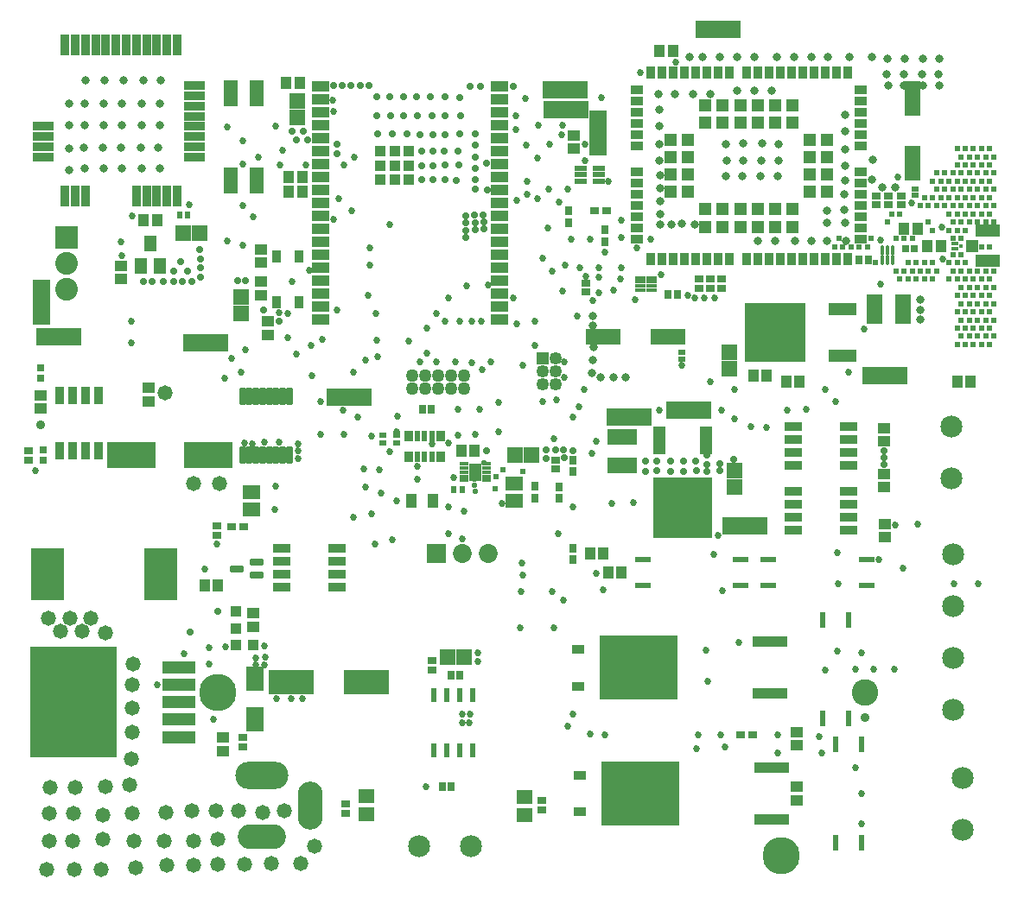
<source format=gts>
G04*
G04 #@! TF.GenerationSoftware,Altium Limited,Altium Designer,21.3.2 (30)*
G04*
G04 Layer_Color=8388736*
%FSLAX25Y25*%
%MOIN*%
G70*
G04*
G04 #@! TF.SameCoordinates,C802B3A6-08BF-4FCB-9CCF-05BD449E4A77*
G04*
G04*
G04 #@! TF.FilePolarity,Negative*
G04*
G01*
G75*
%ADD26R,0.13800X0.04100*%
%ADD27R,0.30300X0.24700*%
%ADD28R,0.06000X0.02200*%
%ADD29R,0.04900X0.03800*%
%ADD39R,0.02200X0.06000*%
%ADD48R,0.02097X0.05728*%
%ADD83R,0.12808X0.04800*%
%ADD84R,0.33792X0.42768*%
%ADD85R,0.07887X0.03556*%
%ADD86R,0.03556X0.07887*%
%ADD87R,0.05249X0.10406*%
%ADD88R,0.04737X0.06312*%
%ADD89R,0.06902X0.09658*%
%ADD90R,0.03320X0.03162*%
%ADD91R,0.05918X0.06312*%
%ADD92R,0.17335X0.06706*%
%ADD93R,0.04343X0.04737*%
%ADD94R,0.11036X0.04973*%
%ADD95R,0.23241X0.22973*%
%ADD96R,0.04147X0.04540*%
%ADD97R,0.04540X0.04147*%
%ADD98R,0.03753X0.03162*%
%ADD99R,0.03162X0.03753*%
%ADD100R,0.02769X0.02375*%
%ADD101R,0.04343X0.05524*%
%ADD102R,0.06509X0.05524*%
%ADD103R,0.13005X0.20485*%
%ADD104R,0.03162X0.03320*%
G04:AMPARAMS|DCode=105|XSize=37.92mil|YSize=16.66mil|CornerRadius=5.08mil|HoleSize=0mil|Usage=FLASHONLY|Rotation=90.000|XOffset=0mil|YOffset=0mil|HoleType=Round|Shape=RoundedRectangle|*
%AMROUNDEDRECTD105*
21,1,0.03792,0.00650,0,0,90.0*
21,1,0.02776,0.01666,0,0,90.0*
1,1,0.01016,0.00325,0.01388*
1,1,0.01016,0.00325,-0.01388*
1,1,0.01016,-0.00325,-0.01388*
1,1,0.01016,-0.00325,0.01388*
%
%ADD105ROUNDEDRECTD105*%
%ADD106R,0.05131X0.02375*%
%ADD107R,0.17335X0.09461*%
%ADD108R,0.04737X0.04343*%
%ADD109R,0.06804X0.03556*%
G04:AMPARAMS|DCode=110|XSize=54.88mil|YSize=23.78mil|CornerRadius=5.98mil|HoleSize=0mil|Usage=FLASHONLY|Rotation=180.000|XOffset=0mil|YOffset=0mil|HoleType=Round|Shape=RoundedRectangle|*
%AMROUNDEDRECTD110*
21,1,0.05488,0.01181,0,0,180.0*
21,1,0.04291,0.02378,0,0,180.0*
1,1,0.01197,-0.02146,0.00591*
1,1,0.01197,0.02146,0.00591*
1,1,0.01197,0.02146,-0.00591*
1,1,0.01197,-0.02146,-0.00591*
%
%ADD110ROUNDEDRECTD110*%
%ADD111R,0.03162X0.02769*%
%ADD112R,0.03556X0.06804*%
%ADD113R,0.18713X0.09855*%
%ADD114R,0.06706X0.17335*%
%ADD115R,0.02375X0.02769*%
%ADD116R,0.04737X0.07099*%
%ADD117R,0.03753X0.01587*%
%ADD118R,0.06312X0.05918*%
%ADD119R,0.04973X0.11036*%
%ADD120R,0.22973X0.23241*%
%ADD121R,0.11430X0.05918*%
%ADD122R,0.04343X0.03950*%
%ADD123R,0.03950X0.04343*%
%ADD124R,0.06706X0.04343*%
%ADD125R,0.04343X0.04343*%
%ADD126R,0.04737X0.04737*%
%ADD127R,0.05131X0.03556*%
%ADD128R,0.03556X0.05131*%
%ADD129R,0.03162X0.02178*%
%ADD130R,0.09461X0.04934*%
%ADD131R,0.04934X0.04737*%
%ADD132R,0.04343X0.01587*%
%ADD133R,0.13792X0.05918*%
%ADD134R,0.05918X0.13792*%
%ADD135R,0.03556X0.04737*%
G04:AMPARAMS|DCode=136|XSize=69.81mil|YSize=24.14mil|CornerRadius=6.02mil|HoleSize=0mil|Usage=FLASHONLY|Rotation=90.000|XOffset=0mil|YOffset=0mil|HoleType=Round|Shape=RoundedRectangle|*
%AMROUNDEDRECTD136*
21,1,0.06981,0.01211,0,0,90.0*
21,1,0.05778,0.02414,0,0,90.0*
1,1,0.01204,0.00605,0.02889*
1,1,0.01204,0.00605,-0.02889*
1,1,0.01204,-0.00605,-0.02889*
1,1,0.01204,-0.00605,0.02889*
%
%ADD136ROUNDEDRECTD136*%
%ADD137R,0.03556X0.04343*%
%ADD138R,0.02375X0.04343*%
%ADD139R,0.01509X0.01784*%
%ADD140R,0.05918X0.11430*%
%ADD141R,0.02926X0.03162*%
%ADD142R,0.06115X0.05328*%
%ADD143C,0.10209*%
%ADD144C,0.14383*%
%ADD145C,0.08477*%
%ADD146C,0.07296*%
%ADD147R,0.07296X0.07296*%
%ADD148O,0.09658X0.18517*%
%ADD149O,0.18517X0.09658*%
%ADD150O,0.20485X0.10642*%
%ADD151R,0.08772X0.08772*%
%ADD152C,0.08772*%
%ADD153R,0.04934X0.04934*%
%ADD154C,0.04934*%
%ADD155C,0.05013*%
%ADD156C,0.02700*%
%ADD157C,0.05800*%
%ADD158C,0.03162*%
%ADD159C,0.02769*%
%ADD160C,0.02800*%
%ADD161C,0.02375*%
%ADD162C,0.02300*%
%ADD163C,0.03556*%
D26*
X289103Y23434D02*
D03*
Y43434D02*
D03*
X288406Y91996D02*
D03*
Y71996D02*
D03*
D27*
X238653Y33434D02*
D03*
X237956Y81996D02*
D03*
D28*
X287905Y113871D02*
D03*
Y123871D02*
D03*
X325805D02*
D03*
Y113871D02*
D03*
X239371D02*
D03*
Y123871D02*
D03*
X277271D02*
D03*
Y113871D02*
D03*
D29*
X215326Y40534D02*
D03*
Y26334D02*
D03*
X214649Y89096D02*
D03*
Y74896D02*
D03*
D39*
X323918Y52384D02*
D03*
X313918D02*
D03*
Y14484D02*
D03*
X323918D02*
D03*
X308918Y100517D02*
D03*
X318918D02*
D03*
Y62617D02*
D03*
X308918D02*
D03*
D48*
X173867Y71430D02*
D03*
X168867D02*
D03*
X163867D02*
D03*
X158867D02*
D03*
Y50002D02*
D03*
X163867D02*
D03*
X168867D02*
D03*
X173867D02*
D03*
D83*
X60567Y55287D02*
D03*
Y61987D02*
D03*
Y68688D02*
D03*
Y75389D02*
D03*
Y82090D02*
D03*
D84*
X19996Y68688D02*
D03*
D85*
X66418Y290990D02*
D03*
X8151D02*
D03*
Y287053D02*
D03*
Y283116D02*
D03*
Y279179D02*
D03*
X66418D02*
D03*
Y283116D02*
D03*
Y287053D02*
D03*
Y294927D02*
D03*
Y298864D02*
D03*
Y302801D02*
D03*
Y306738D02*
D03*
D86*
X59863Y322308D02*
D03*
X55926D02*
D03*
X51989D02*
D03*
X48052D02*
D03*
X44115D02*
D03*
X40178D02*
D03*
X36241D02*
D03*
X32304D02*
D03*
X28367D02*
D03*
X24430D02*
D03*
X20493D02*
D03*
X16556D02*
D03*
Y264041D02*
D03*
X20493D02*
D03*
X24430D02*
D03*
X44115D02*
D03*
X48052D02*
D03*
X51989D02*
D03*
X55926D02*
D03*
X59863D02*
D03*
D87*
X90390Y270069D02*
D03*
Y303927D02*
D03*
X80390Y270069D02*
D03*
Y303927D02*
D03*
D88*
X49430Y245856D02*
D03*
X53170Y237194D02*
D03*
X45690D02*
D03*
D89*
X89682Y77881D02*
D03*
Y62133D02*
D03*
D90*
X124806Y29331D02*
D03*
Y25866D02*
D03*
X158159Y84724D02*
D03*
Y81260D02*
D03*
X75254Y133247D02*
D03*
Y136712D02*
D03*
X85194Y51523D02*
D03*
Y54987D02*
D03*
X2584Y162252D02*
D03*
Y165717D02*
D03*
X205824Y162252D02*
D03*
Y158787D02*
D03*
X217551Y230541D02*
D03*
Y227077D02*
D03*
X261238Y231987D02*
D03*
Y228523D02*
D03*
X265568Y231987D02*
D03*
Y228523D02*
D03*
X269899Y228523D02*
D03*
Y231987D02*
D03*
X329579Y260775D02*
D03*
Y264240D02*
D03*
X334303Y260775D02*
D03*
Y264240D02*
D03*
X339028Y264240D02*
D03*
Y260775D02*
D03*
X200592Y30647D02*
D03*
Y27183D02*
D03*
D91*
X164130Y86203D02*
D03*
X170429D02*
D03*
X190248Y164031D02*
D03*
X196547D02*
D03*
X68526Y249959D02*
D03*
X62227D02*
D03*
D92*
X268555Y328393D02*
D03*
X332698Y194640D02*
D03*
X14200Y209843D02*
D03*
X257126Y181322D02*
D03*
X209974Y297620D02*
D03*
X209403Y305287D02*
D03*
X70746Y207301D02*
D03*
X126073Y186610D02*
D03*
X234194Y178960D02*
D03*
X278786Y136903D02*
D03*
D93*
X340263Y251621D02*
D03*
X345578D02*
D03*
X245921Y320051D02*
D03*
X251237D02*
D03*
X107314Y307702D02*
D03*
X101999D02*
D03*
X354428Y244834D02*
D03*
X349113D02*
D03*
D94*
X316390Y202500D02*
D03*
Y220500D02*
D03*
D95*
X290602Y211500D02*
D03*
D96*
X365955Y192602D02*
D03*
X360837D02*
D03*
X224340Y126024D02*
D03*
X219222D02*
D03*
X231179Y118870D02*
D03*
X226061D02*
D03*
X52128Y254640D02*
D03*
X47010D02*
D03*
X70389Y113695D02*
D03*
X75507D02*
D03*
X174557Y165901D02*
D03*
X169439D02*
D03*
X102973Y265748D02*
D03*
X108091D02*
D03*
Y271525D02*
D03*
X102973D02*
D03*
X282142Y194831D02*
D03*
X287260D02*
D03*
X299820Y192602D02*
D03*
X294702D02*
D03*
D97*
X332698Y132421D02*
D03*
Y137539D02*
D03*
X298834Y30875D02*
D03*
Y35993D02*
D03*
Y52134D02*
D03*
Y57252D02*
D03*
X7119Y182143D02*
D03*
Y187261D02*
D03*
X332495Y174466D02*
D03*
Y169348D02*
D03*
X332528Y156796D02*
D03*
Y151678D02*
D03*
X213014Y287616D02*
D03*
Y282498D02*
D03*
X92114Y243485D02*
D03*
Y238367D02*
D03*
X38173Y237186D02*
D03*
Y232068D02*
D03*
D98*
X277210Y56035D02*
D03*
X281738D02*
D03*
X85512Y136489D02*
D03*
X80985D02*
D03*
X220821Y258547D02*
D03*
X225348D02*
D03*
D99*
X212369Y128206D02*
D03*
Y123679D02*
D03*
X197723Y152047D02*
D03*
Y147520D02*
D03*
X207203Y147383D02*
D03*
Y151911D02*
D03*
X212471Y157724D02*
D03*
Y162252D02*
D03*
X224738Y246587D02*
D03*
Y251114D02*
D03*
X210717Y253945D02*
D03*
Y258472D02*
D03*
D100*
X144446Y171878D02*
D03*
Y168728D02*
D03*
X139301D02*
D03*
Y171878D02*
D03*
D101*
X158572Y146437D02*
D03*
X150305D02*
D03*
D102*
X88420Y143122D02*
D03*
Y149815D02*
D03*
X189807Y146437D02*
D03*
Y153130D02*
D03*
D103*
X53548Y118067D02*
D03*
X9848D02*
D03*
D104*
X322949Y239528D02*
D03*
X326414D02*
D03*
X165599Y36177D02*
D03*
X162135D02*
D03*
X165547Y78997D02*
D03*
X169012D02*
D03*
X249239Y226254D02*
D03*
X252703D02*
D03*
X157843Y181789D02*
D03*
X154378D02*
D03*
D105*
X331800Y243172D02*
D03*
X333768D02*
D03*
X335737D02*
D03*
Y239471D02*
D03*
X333768D02*
D03*
X331800D02*
D03*
D106*
X215580Y274909D02*
D03*
Y272350D02*
D03*
Y269791D02*
D03*
X222666D02*
D03*
Y272350D02*
D03*
Y274909D02*
D03*
D107*
X132685Y76390D02*
D03*
X103945D02*
D03*
D108*
X77609Y54967D02*
D03*
Y49652D02*
D03*
X48792Y184739D02*
D03*
Y190054D02*
D03*
X89193Y97850D02*
D03*
Y103165D02*
D03*
X92114Y231019D02*
D03*
Y225704D02*
D03*
X94773Y215904D02*
D03*
Y210589D02*
D03*
D109*
X121606Y128186D02*
D03*
Y123186D02*
D03*
Y118186D02*
D03*
Y113186D02*
D03*
X100251D02*
D03*
Y118186D02*
D03*
Y123186D02*
D03*
Y128186D02*
D03*
X318927Y160105D02*
D03*
Y165105D02*
D03*
Y170105D02*
D03*
Y175105D02*
D03*
X297572D02*
D03*
Y170105D02*
D03*
Y165105D02*
D03*
Y160105D02*
D03*
X318927Y134980D02*
D03*
Y139980D02*
D03*
Y144980D02*
D03*
Y149980D02*
D03*
X297572D02*
D03*
Y144980D02*
D03*
Y139980D02*
D03*
Y134980D02*
D03*
D110*
X90532Y117638D02*
D03*
Y122756D02*
D03*
X82973Y120197D02*
D03*
D111*
X7119Y197828D02*
D03*
Y193891D02*
D03*
X8059Y166022D02*
D03*
Y162085D02*
D03*
D112*
X29362Y187269D02*
D03*
X24362D02*
D03*
X19362D02*
D03*
X14362D02*
D03*
Y165914D02*
D03*
X19362D02*
D03*
X24362D02*
D03*
X29362D02*
D03*
D113*
X71944Y164149D02*
D03*
X42022D02*
D03*
D114*
X7434Y223278D02*
D03*
X222067Y288587D02*
D03*
D115*
X169737Y150958D02*
D03*
X166588D02*
D03*
X60749Y256946D02*
D03*
X63898D02*
D03*
D116*
X174688Y157536D02*
D03*
D117*
X170358Y154386D02*
D03*
Y155961D02*
D03*
Y157536D02*
D03*
Y159111D02*
D03*
Y160685D02*
D03*
X179019D02*
D03*
Y159111D02*
D03*
Y157536D02*
D03*
Y155961D02*
D03*
Y154386D02*
D03*
D118*
X274682Y151739D02*
D03*
Y158038D02*
D03*
X106109Y294361D02*
D03*
Y300660D02*
D03*
X84633Y225093D02*
D03*
Y218794D02*
D03*
X272764Y203637D02*
D03*
Y197338D02*
D03*
D119*
X264000Y169748D02*
D03*
X246000D02*
D03*
D120*
X254999Y143961D02*
D03*
D121*
X231361Y160004D02*
D03*
Y171028D02*
D03*
D122*
X89193Y90938D02*
D03*
X82500D02*
D03*
D123*
Y97161D02*
D03*
Y103854D02*
D03*
D124*
X115227Y306525D02*
D03*
Y301525D02*
D03*
Y296525D02*
D03*
Y291525D02*
D03*
Y286525D02*
D03*
Y281525D02*
D03*
Y276525D02*
D03*
Y271525D02*
D03*
Y266525D02*
D03*
Y261525D02*
D03*
Y256525D02*
D03*
Y251525D02*
D03*
Y246525D02*
D03*
Y241525D02*
D03*
Y236525D02*
D03*
Y231525D02*
D03*
Y226525D02*
D03*
Y221525D02*
D03*
Y216525D02*
D03*
X184125Y306525D02*
D03*
Y301525D02*
D03*
Y296525D02*
D03*
Y291525D02*
D03*
Y286525D02*
D03*
Y281525D02*
D03*
Y276525D02*
D03*
Y271525D02*
D03*
Y266525D02*
D03*
Y261525D02*
D03*
Y256525D02*
D03*
Y251525D02*
D03*
Y246525D02*
D03*
Y241525D02*
D03*
Y236525D02*
D03*
Y231525D02*
D03*
Y226525D02*
D03*
Y221525D02*
D03*
Y216525D02*
D03*
D125*
X138259Y275817D02*
D03*
X143770D02*
D03*
X149282D02*
D03*
X138259Y281328D02*
D03*
X143770D02*
D03*
X149282D02*
D03*
X138259Y270305D02*
D03*
X143770D02*
D03*
X149282D02*
D03*
D126*
X303792Y285736D02*
D03*
Y279043D02*
D03*
Y272350D02*
D03*
Y265657D02*
D03*
X297099Y258964D02*
D03*
X290406D02*
D03*
X283713D02*
D03*
X277020D02*
D03*
X270327D02*
D03*
X263634D02*
D03*
X256941Y265657D02*
D03*
Y272350D02*
D03*
Y279043D02*
D03*
Y285736D02*
D03*
X263634Y292429D02*
D03*
X270327D02*
D03*
X277020D02*
D03*
X283713D02*
D03*
X290406D02*
D03*
X297099D02*
D03*
X310485Y285736D02*
D03*
Y279043D02*
D03*
Y272350D02*
D03*
Y265657D02*
D03*
X297099Y252272D02*
D03*
X290406D02*
D03*
X283713D02*
D03*
X277020D02*
D03*
X270327D02*
D03*
X263634D02*
D03*
X250248Y265657D02*
D03*
Y272350D02*
D03*
Y279043D02*
D03*
Y285736D02*
D03*
X263634Y299122D02*
D03*
X270327D02*
D03*
X277020D02*
D03*
X283713D02*
D03*
X290406D02*
D03*
X297099D02*
D03*
D127*
X323674Y305027D02*
D03*
Y300697D02*
D03*
Y296366D02*
D03*
Y292035D02*
D03*
Y287705D02*
D03*
Y283374D02*
D03*
Y273531D02*
D03*
Y269201D02*
D03*
Y264870D02*
D03*
Y260539D02*
D03*
Y256208D02*
D03*
Y251878D02*
D03*
Y247547D02*
D03*
X237059D02*
D03*
Y251878D02*
D03*
Y256208D02*
D03*
Y260539D02*
D03*
Y264870D02*
D03*
Y269201D02*
D03*
Y273531D02*
D03*
Y283374D02*
D03*
Y287705D02*
D03*
Y292035D02*
D03*
Y296366D02*
D03*
Y300697D02*
D03*
Y305027D02*
D03*
D128*
X318555Y239673D02*
D03*
X314225D02*
D03*
X309894D02*
D03*
X305563D02*
D03*
X301233D02*
D03*
X296902D02*
D03*
X292571D02*
D03*
X288241D02*
D03*
X283910D02*
D03*
X279579D02*
D03*
X272886D02*
D03*
X268555D02*
D03*
X264225D02*
D03*
X259894D02*
D03*
X255563D02*
D03*
X251233D02*
D03*
X246902D02*
D03*
X242571D02*
D03*
Y311720D02*
D03*
X246902D02*
D03*
X251233D02*
D03*
X255563D02*
D03*
X259894D02*
D03*
X264225D02*
D03*
X268555D02*
D03*
X272886D02*
D03*
X279579D02*
D03*
X283910D02*
D03*
X288241D02*
D03*
X292571D02*
D03*
X296902D02*
D03*
X301233D02*
D03*
X305563D02*
D03*
X309894D02*
D03*
X314225D02*
D03*
X318555D02*
D03*
D129*
X254614Y201220D02*
D03*
Y203780D02*
D03*
X344596Y266937D02*
D03*
Y264378D02*
D03*
D130*
X372481Y250641D02*
D03*
Y239027D02*
D03*
D131*
X366477Y244834D02*
D03*
D132*
X238530Y227891D02*
D03*
Y229466D02*
D03*
Y231041D02*
D03*
Y232616D02*
D03*
X242861D02*
D03*
Y231041D02*
D03*
Y229466D02*
D03*
Y227891D02*
D03*
D133*
X249264Y209752D02*
D03*
X224067D02*
D03*
D134*
X343348Y276644D02*
D03*
Y301840D02*
D03*
D135*
X106698Y240926D02*
D03*
Y223210D02*
D03*
X98233Y240926D02*
D03*
Y223210D02*
D03*
D136*
X85113Y164090D02*
D03*
X87672D02*
D03*
X90231D02*
D03*
X92790D02*
D03*
X95349D02*
D03*
X97908D02*
D03*
X100467D02*
D03*
X103026D02*
D03*
Y186688D02*
D03*
X100467D02*
D03*
X97908D02*
D03*
X95349D02*
D03*
X92790D02*
D03*
X90231D02*
D03*
X87672D02*
D03*
X85113D02*
D03*
D137*
X149157Y171299D02*
D03*
X161362D02*
D03*
Y163425D02*
D03*
X149157D02*
D03*
D138*
X152504Y171299D02*
D03*
X155260D02*
D03*
X158015D02*
D03*
Y163425D02*
D03*
X155260D02*
D03*
X152504D02*
D03*
D139*
X362141Y244867D02*
D03*
X360625Y245851D02*
D03*
Y243883D02*
D03*
X359109Y245851D02*
D03*
Y243883D02*
D03*
D140*
X328792Y220500D02*
D03*
X339815D02*
D03*
D141*
X344324Y243663D02*
D03*
X340922D02*
D03*
D142*
X193892Y32161D02*
D03*
Y25271D02*
D03*
X132685Y25612D02*
D03*
Y32502D02*
D03*
D143*
X325066Y72331D02*
D03*
D144*
X75381D02*
D03*
X292704Y9339D02*
D03*
D145*
X358426Y174964D02*
D03*
Y154964D02*
D03*
X359331Y65904D02*
D03*
Y85904D02*
D03*
Y105904D02*
D03*
Y125904D02*
D03*
X362732Y39615D02*
D03*
Y19615D02*
D03*
X173341Y13207D02*
D03*
X153341D02*
D03*
D146*
X179737Y126072D02*
D03*
X169737D02*
D03*
D147*
X159737D02*
D03*
D148*
X111087Y28716D02*
D03*
D149*
X92583Y16905D02*
D03*
D150*
Y40527D02*
D03*
D151*
X17109Y248160D02*
D03*
D152*
Y238160D02*
D03*
Y228160D02*
D03*
D153*
X200824Y201340D02*
D03*
D154*
X205824D02*
D03*
X200824Y196340D02*
D03*
X205824D02*
D03*
X200824Y191340D02*
D03*
X205824D02*
D03*
D155*
X170358Y194871D02*
D03*
Y189871D02*
D03*
X165358Y194871D02*
D03*
Y189871D02*
D03*
X160358Y194871D02*
D03*
Y189871D02*
D03*
X155358Y194871D02*
D03*
Y189871D02*
D03*
X150358Y194871D02*
D03*
Y189871D02*
D03*
D156*
X110724Y235565D02*
D03*
X321621Y43434D02*
D03*
X108239Y70062D02*
D03*
X103790D02*
D03*
X52115Y75578D02*
D03*
X144682Y179021D02*
D03*
X144486Y173291D02*
D03*
X242478Y247540D02*
D03*
X192062Y97597D02*
D03*
X205263D02*
D03*
X80964Y201451D02*
D03*
X85113Y285392D02*
D03*
X212439Y178940D02*
D03*
X206029Y185405D02*
D03*
X200929Y184729D02*
D03*
X302428Y181800D02*
D03*
X230788Y232144D02*
D03*
X231029Y236417D02*
D03*
X100662Y281732D02*
D03*
X97791Y291062D02*
D03*
X79048Y290893D02*
D03*
X64653Y260836D02*
D03*
X42362Y256362D02*
D03*
X38269Y246356D02*
D03*
X38352Y241080D02*
D03*
X99436Y276159D02*
D03*
X109442Y276117D02*
D03*
X124216Y276034D02*
D03*
X128228Y279241D02*
D03*
X337738Y271611D02*
D03*
X203307Y266840D02*
D03*
X207191Y261858D02*
D03*
X120123Y296664D02*
D03*
X119742Y301180D02*
D03*
X141947Y165419D02*
D03*
X204532Y111622D02*
D03*
X137197Y202197D02*
D03*
X111694Y194769D02*
D03*
X132599Y200769D02*
D03*
X127757Y196196D02*
D03*
X343172Y261299D02*
D03*
X331280Y247286D02*
D03*
Y230235D02*
D03*
X127024Y258472D02*
D03*
X152504Y154880D02*
D03*
X137927Y158557D02*
D03*
X99305Y169153D02*
D03*
X88849Y168591D02*
D03*
X85807Y168767D02*
D03*
X93676Y169153D02*
D03*
X192830Y122374D02*
D03*
X192673Y111610D02*
D03*
X142804Y131391D02*
D03*
X134968Y141392D02*
D03*
X128000Y140117D02*
D03*
X132366Y151739D02*
D03*
X131750Y158853D02*
D03*
X78206Y193758D02*
D03*
X86284Y204759D02*
D03*
X84652Y196197D02*
D03*
X106387Y165786D02*
D03*
Y162794D02*
D03*
Y168624D02*
D03*
X105694Y203121D02*
D03*
X122087Y263086D02*
D03*
X134288Y237400D02*
D03*
Y244037D02*
D03*
X141723Y253236D02*
D03*
X121432Y220282D02*
D03*
X205047Y170357D02*
D03*
X214839Y182919D02*
D03*
X219964Y164879D02*
D03*
X221381Y169385D02*
D03*
X212369Y143978D02*
D03*
X206856Y133715D02*
D03*
X208852Y108147D02*
D03*
X216888Y189382D02*
D03*
X214232Y217778D02*
D03*
X220256Y223890D02*
D03*
X228173Y227821D02*
D03*
X222588Y236525D02*
D03*
X219230Y247555D02*
D03*
X223523Y302290D02*
D03*
X194213Y301790D02*
D03*
X185203Y145443D02*
D03*
X224340Y112008D02*
D03*
X175762Y87802D02*
D03*
X175956Y84394D02*
D03*
X169905Y64022D02*
D03*
Y60883D02*
D03*
X172660D02*
D03*
X172729Y64022D02*
D03*
X155716Y36248D02*
D03*
X183685Y184505D02*
D03*
X238530Y311720D02*
D03*
X252243Y315636D02*
D03*
X90024Y85956D02*
D03*
Y82992D02*
D03*
X98325Y70118D02*
D03*
X98237Y72997D02*
D03*
X98137Y76043D02*
D03*
X97819Y78997D02*
D03*
X93676Y82992D02*
D03*
X93741Y86221D02*
D03*
X93676Y90367D02*
D03*
X237059Y244239D02*
D03*
X211820Y247547D02*
D03*
X198879Y278676D02*
D03*
X203633Y284252D02*
D03*
X210482Y266766D02*
D03*
X208261Y287705D02*
D03*
X217317Y277712D02*
D03*
Y284252D02*
D03*
X199094Y291525D02*
D03*
X190357Y289760D02*
D03*
Y294989D02*
D03*
X209265Y194025D02*
D03*
X183991Y173167D02*
D03*
X177364Y197010D02*
D03*
X173416Y215904D02*
D03*
X180698Y199997D02*
D03*
X173533Y199696D02*
D03*
X179695Y229902D02*
D03*
X209265Y199997D02*
D03*
X208514Y227563D02*
D03*
X222588Y226940D02*
D03*
X209367Y237400D02*
D03*
X200718Y240141D02*
D03*
X204611Y235054D02*
D03*
X202859Y251652D02*
D03*
X194641Y283715D02*
D03*
X198879Y263086D02*
D03*
X208514Y291525D02*
D03*
X194844Y269791D02*
D03*
X194682Y264870D02*
D03*
X190695Y262617D02*
D03*
Y214765D02*
D03*
X193193Y198691D02*
D03*
X274823Y189382D02*
D03*
Y178007D02*
D03*
X281191Y175062D02*
D03*
X287121Y174852D02*
D03*
X309894Y189432D02*
D03*
X42114Y215949D02*
D03*
X85280Y245290D02*
D03*
X89128Y256282D02*
D03*
X91239Y279292D02*
D03*
X136538Y218794D02*
D03*
X133670Y225747D02*
D03*
X136794Y208440D02*
D03*
X153510Y199997D02*
D03*
X156111Y203615D02*
D03*
X167280Y199997D02*
D03*
X171360Y229474D02*
D03*
X164488Y224641D02*
D03*
X159737Y218794D02*
D03*
X156111Y213131D02*
D03*
X159737Y199997D02*
D03*
X104161Y231013D02*
D03*
X102653Y218794D02*
D03*
X102376Y209551D02*
D03*
X111468Y206380D02*
D03*
X115858Y208943D02*
D03*
X149282Y208126D02*
D03*
X168139Y171804D02*
D03*
Y181865D02*
D03*
X176556D02*
D03*
X42022Y207301D02*
D03*
X120157Y255262D02*
D03*
X189639Y224766D02*
D03*
X197723Y206380D02*
D03*
Y215803D02*
D03*
X224837Y242360D02*
D03*
X152504Y159762D02*
D03*
X168814Y215904D02*
D03*
X174768Y172223D02*
D03*
X164438Y168767D02*
D03*
X166588Y155387D02*
D03*
X158303Y168624D02*
D03*
X138433Y149334D02*
D03*
X124119Y172049D02*
D03*
X134968Y171607D02*
D03*
X163294Y215803D02*
D03*
X177313Y215904D02*
D03*
X215313Y236525D02*
D03*
X217551Y233111D02*
D03*
X222588Y232681D02*
D03*
X236499Y224136D02*
D03*
X256826Y225903D02*
D03*
X267328Y224766D02*
D03*
X263247D02*
D03*
X259541D02*
D03*
X246548Y233785D02*
D03*
X226330Y269791D02*
D03*
X235954Y145896D02*
D03*
X227437Y145443D02*
D03*
X324931Y212714D02*
D03*
X318957Y196027D02*
D03*
X295221Y181322D02*
D03*
X269719D02*
D03*
X245760D02*
D03*
X313891Y184763D02*
D03*
X355029Y239673D02*
D03*
X354902Y252205D02*
D03*
X254614Y198655D02*
D03*
X265568Y192607D02*
D03*
X308478Y49284D02*
D03*
X291561Y49294D02*
D03*
X323793Y21679D02*
D03*
X271042Y51504D02*
D03*
X260127Y50951D02*
D03*
X263952Y88713D02*
D03*
X264595Y76905D02*
D03*
X212548Y64022D02*
D03*
X219222Y56345D02*
D03*
X210550Y59475D02*
D03*
X144446Y146437D02*
D03*
X164488Y133715D02*
D03*
X164438Y143978D02*
D03*
X169905Y131781D02*
D03*
X170352Y142466D02*
D03*
X336469Y81606D02*
D03*
X328661Y81499D02*
D03*
X321621Y81343D02*
D03*
X309930Y81073D02*
D03*
X62484Y87572D02*
D03*
X73858Y61987D02*
D03*
X72214Y83629D02*
D03*
X129648Y178789D02*
D03*
X123848Y181314D02*
D03*
X79149Y246689D02*
D03*
X99292Y218996D02*
D03*
X75254Y129725D02*
D03*
X115227Y172223D02*
D03*
X115172Y184739D02*
D03*
X70389Y120085D02*
D03*
X78506Y90010D02*
D03*
X72165Y89935D02*
D03*
X136276Y129725D02*
D03*
X221571Y118316D02*
D03*
X193193Y117797D02*
D03*
X270082Y111825D02*
D03*
X276385Y91947D02*
D03*
X323764Y33434D02*
D03*
X368749Y114605D02*
D03*
X359601Y114371D02*
D03*
X339827Y120512D02*
D03*
X330633Y123871D02*
D03*
X336788Y137120D02*
D03*
X345412Y137321D02*
D03*
X314375Y126620D02*
D03*
X268555Y133151D02*
D03*
X266786Y125835D02*
D03*
X97908Y152047D02*
D03*
X97675Y143043D02*
D03*
X224836Y56035D02*
D03*
X260997Y56030D02*
D03*
X269535D02*
D03*
X314375Y88401D02*
D03*
X323918Y87640D02*
D03*
X291561Y56035D02*
D03*
X307534Y55606D02*
D03*
X314696Y114371D02*
D03*
X5305Y158206D02*
D03*
X85113Y276525D02*
D03*
X85280Y260462D02*
D03*
X231025Y248040D02*
D03*
Y254826D02*
D03*
D157*
X20630Y35641D02*
D03*
X41559Y36665D02*
D03*
X30297Y53486D02*
D03*
X32339Y36080D02*
D03*
X42157Y46672D02*
D03*
X14756Y96075D02*
D03*
X23185D02*
D03*
X29735Y83833D02*
D03*
X29848Y77651D02*
D03*
X29847Y71582D02*
D03*
Y65512D02*
D03*
X30072Y59668D02*
D03*
X20406Y53599D02*
D03*
X20294Y59780D02*
D03*
X20631Y65625D02*
D03*
X20182Y71357D02*
D03*
X19844Y77652D02*
D03*
X20294Y83945D02*
D03*
X9729Y84057D02*
D03*
X10291Y78213D02*
D03*
X9954Y71694D02*
D03*
X9954Y65737D02*
D03*
Y59443D02*
D03*
Y53486D02*
D03*
X32022Y95621D02*
D03*
X26648Y101273D02*
D03*
X18516Y100997D02*
D03*
X10108D02*
D03*
X42774Y83629D02*
D03*
X101174Y26683D02*
D03*
X92905Y26269D02*
D03*
X83532Y26820D02*
D03*
X112891Y13174D02*
D03*
X107653Y6421D02*
D03*
X96213D02*
D03*
X85875Y6145D02*
D03*
X75537D02*
D03*
Y15931D02*
D03*
X74710Y26820D02*
D03*
X65475Y26682D02*
D03*
X66302Y15242D02*
D03*
X66164Y5731D02*
D03*
X10970Y35933D02*
D03*
X19966Y25834D02*
D03*
X31089Y25102D02*
D03*
X10530Y25834D02*
D03*
X42428D02*
D03*
X55826Y5731D02*
D03*
X55454Y26273D02*
D03*
X54948Y15098D02*
D03*
X43876Y4801D02*
D03*
X31142Y15632D02*
D03*
X76112Y153276D02*
D03*
X66313D02*
D03*
X55238Y188206D02*
D03*
X42561Y75389D02*
D03*
X42359Y66450D02*
D03*
X42561Y56965D02*
D03*
X43093Y15098D02*
D03*
X19433D02*
D03*
X10402D02*
D03*
X30502Y4292D02*
D03*
X20311D02*
D03*
X9665D02*
D03*
D158*
X18308Y299765D02*
D03*
X18196Y291504D02*
D03*
X18140Y282400D02*
D03*
X18196Y274251D02*
D03*
X263550Y299002D02*
D03*
X270360Y298932D02*
D03*
X310302Y265507D02*
D03*
X310579Y272317D02*
D03*
X303771Y272316D02*
D03*
X310371Y279055D02*
D03*
X303632Y278847D02*
D03*
X303700Y285726D02*
D03*
X310579Y285518D02*
D03*
X250363Y265438D02*
D03*
X257104Y272246D02*
D03*
X250295Y272455D02*
D03*
X256895Y279125D02*
D03*
X250434Y278777D02*
D03*
X257104Y285656D02*
D03*
X271555Y284127D02*
D03*
X250434Y285586D02*
D03*
X38548Y274869D02*
D03*
X336703Y267509D02*
D03*
X328072Y278223D02*
D03*
X219964Y195844D02*
D03*
X289068Y304942D02*
D03*
X220256Y209495D02*
D03*
Y214141D02*
D03*
X232812Y194173D02*
D03*
X228275Y194032D02*
D03*
X223331Y194050D02*
D03*
X220256Y200919D02*
D03*
X220525Y205860D02*
D03*
X220256Y217778D02*
D03*
X275683Y304942D02*
D03*
X282376D02*
D03*
X331897Y267509D02*
D03*
X327963Y270465D02*
D03*
X317320Y264753D02*
D03*
X317407Y270178D02*
D03*
X257367Y317946D02*
D03*
X291890Y284127D02*
D03*
X285400Y284468D02*
D03*
X278033D02*
D03*
X271905Y277712D02*
D03*
X278320D02*
D03*
X285160D02*
D03*
X291801D02*
D03*
X319327Y317826D02*
D03*
X328004D02*
D03*
X269539Y252764D02*
D03*
X264137D02*
D03*
X259417Y253076D02*
D03*
X254643Y253477D02*
D03*
X250445Y253076D02*
D03*
X246114D02*
D03*
X246143Y257130D02*
D03*
X246114Y262218D02*
D03*
Y267090D02*
D03*
Y272208D02*
D03*
X334055Y306711D02*
D03*
X340272D02*
D03*
X347536D02*
D03*
X353850D02*
D03*
X317359Y253869D02*
D03*
X317231Y258651D02*
D03*
X310402Y258509D02*
D03*
Y253869D02*
D03*
Y246957D02*
D03*
X23757Y282746D02*
D03*
X24097Y274869D02*
D03*
Y291460D02*
D03*
Y299869D02*
D03*
X24639Y308660D02*
D03*
X31022Y282746D02*
D03*
X31361Y299869D02*
D03*
Y291460D02*
D03*
Y274869D02*
D03*
X31904Y308660D02*
D03*
X38208Y282746D02*
D03*
X38548Y299869D02*
D03*
Y291460D02*
D03*
X39090Y308660D02*
D03*
X46193Y274869D02*
D03*
X53016D02*
D03*
X45854Y282746D02*
D03*
X52677D02*
D03*
X46193Y291460D02*
D03*
X53016D02*
D03*
X46193Y299869D02*
D03*
X53016D02*
D03*
X46736Y308660D02*
D03*
X53558D02*
D03*
X317495Y275635D02*
D03*
X333598Y311274D02*
D03*
X340239D02*
D03*
X347079D02*
D03*
X353494D02*
D03*
X333937Y316972D02*
D03*
X340577D02*
D03*
X347417D02*
D03*
X353832D02*
D03*
X245760Y277712D02*
D03*
X262480Y317946D02*
D03*
X251876Y303378D02*
D03*
X245760Y284127D02*
D03*
Y290967D02*
D03*
X245462Y303378D02*
D03*
X258717D02*
D03*
X245760Y297608D02*
D03*
X271555Y271759D02*
D03*
X283984Y246957D02*
D03*
X290399D02*
D03*
X277970Y271759D02*
D03*
X346387Y216374D02*
D03*
Y220137D02*
D03*
Y224237D02*
D03*
X304663Y246957D02*
D03*
X317918D02*
D03*
X298022D02*
D03*
X291451Y271759D02*
D03*
X282376Y317946D02*
D03*
X275960D02*
D03*
X265357Y303378D02*
D03*
X291114Y317946D02*
D03*
X284810Y271759D02*
D03*
X297754Y317946D02*
D03*
X269120D02*
D03*
X304594D02*
D03*
X311009D02*
D03*
X317495Y295531D02*
D03*
Y289116D02*
D03*
Y282276D02*
D03*
D159*
X171209Y248054D02*
D03*
X179664Y266494D02*
D03*
X104204Y289016D02*
D03*
X120168Y306799D02*
D03*
X133742Y306726D02*
D03*
X121586Y280527D02*
D03*
X121512Y284114D02*
D03*
X105961Y285797D02*
D03*
X110279Y285760D02*
D03*
X136794Y295268D02*
D03*
X126754Y306690D02*
D03*
X212471Y165901D02*
D03*
X189421Y306572D02*
D03*
X108523Y289017D02*
D03*
X123351Y306690D02*
D03*
X130376Y306799D02*
D03*
X168691Y288203D02*
D03*
X163015Y287862D02*
D03*
X158413D02*
D03*
X153662D02*
D03*
X148529Y288203D02*
D03*
X142862D02*
D03*
X137164D02*
D03*
X167482Y270159D02*
D03*
X168383Y276131D02*
D03*
X168075Y281328D02*
D03*
X163015Y270424D02*
D03*
Y276131D02*
D03*
X162810Y281328D02*
D03*
X158413Y270424D02*
D03*
Y275907D02*
D03*
Y281328D02*
D03*
X154282Y270424D02*
D03*
Y275750D02*
D03*
Y281328D02*
D03*
X332512Y160301D02*
D03*
X332530Y165880D02*
D03*
X269027Y160676D02*
D03*
X269281Y158007D02*
D03*
X264340Y157723D02*
D03*
X264297Y164087D02*
D03*
X260205Y158007D02*
D03*
X255309Y157952D02*
D03*
X250029D02*
D03*
X244909Y158007D02*
D03*
X240486Y157845D02*
D03*
X209053Y163231D02*
D03*
X202095Y162794D02*
D03*
X178088Y251563D02*
D03*
X174753Y251076D02*
D03*
X178088Y254133D02*
D03*
X174717Y253924D02*
D03*
X177960Y256728D02*
D03*
X174459D02*
D03*
X171244Y250798D02*
D03*
X171175Y253890D02*
D03*
X171052Y256589D02*
D03*
X179212Y276707D02*
D03*
X65409Y231018D02*
D03*
X46736D02*
D03*
X61257Y238640D02*
D03*
X58533Y235181D02*
D03*
X63867D02*
D03*
X50282Y231018D02*
D03*
X54561D02*
D03*
X58633D02*
D03*
X61917D02*
D03*
X68971Y232671D02*
D03*
Y236333D02*
D03*
X68789Y239956D02*
D03*
X68526Y243485D02*
D03*
X83199Y231525D02*
D03*
X99292Y215904D02*
D03*
X93304Y219983D02*
D03*
X86284Y231525D02*
D03*
X208852Y166025D02*
D03*
X332512Y163072D02*
D03*
X202095Y166044D02*
D03*
X179019Y165901D02*
D03*
X205739Y166025D02*
D03*
X274509Y162489D02*
D03*
X264297Y160591D02*
D03*
X240386Y161845D02*
D03*
X250044Y161646D02*
D03*
X255265D02*
D03*
X244960Y161778D02*
D03*
X259894Y161779D02*
D03*
X143770Y275817D02*
D03*
X149282Y281328D02*
D03*
X138259Y270305D02*
D03*
X149282D02*
D03*
Y275817D02*
D03*
X143770Y270305D02*
D03*
Y281328D02*
D03*
X138259Y275817D02*
D03*
Y281328D02*
D03*
X176882Y306360D02*
D03*
X173004Y306433D02*
D03*
X174766Y266812D02*
D03*
Y270410D02*
D03*
Y274666D02*
D03*
Y279017D02*
D03*
Y283715D02*
D03*
Y288046D02*
D03*
X169091Y295013D02*
D03*
X163106Y295150D02*
D03*
X158177Y295077D02*
D03*
X152467D02*
D03*
X147299D02*
D03*
X142166Y295268D02*
D03*
X168886Y302290D02*
D03*
X163106Y302356D02*
D03*
X157395Y302425D02*
D03*
X152228Y302391D02*
D03*
X147094D02*
D03*
X141723Y302357D02*
D03*
X136929Y302357D02*
D03*
D160*
X75483Y103820D02*
D03*
X65007Y95825D02*
D03*
D161*
X373286Y282413D02*
D03*
X374860Y279264D02*
D03*
X373286Y276114D02*
D03*
X374860Y272964D02*
D03*
X373286Y269815D02*
D03*
X374860Y266665D02*
D03*
X373286Y263516D02*
D03*
X374860Y260366D02*
D03*
X373286Y257216D02*
D03*
X374860Y254067D02*
D03*
X373286Y244618D02*
D03*
X374860Y235169D02*
D03*
X373286Y232019D02*
D03*
X374860Y228870D02*
D03*
X373286Y225720D02*
D03*
X374860Y222571D02*
D03*
X373286Y219421D02*
D03*
X374860Y216271D02*
D03*
X373286Y213122D02*
D03*
X374860Y209972D02*
D03*
X373286Y206823D02*
D03*
X370136Y282413D02*
D03*
X371711Y279264D02*
D03*
X370136Y276114D02*
D03*
X371711Y272964D02*
D03*
X370136Y269815D02*
D03*
X371711Y266665D02*
D03*
X370136Y263516D02*
D03*
X371711Y260366D02*
D03*
X370136Y257216D02*
D03*
X371711Y254067D02*
D03*
X370136Y244618D02*
D03*
X371711Y235169D02*
D03*
X370136Y232019D02*
D03*
X371711Y228870D02*
D03*
X370136Y225720D02*
D03*
X371711Y222571D02*
D03*
X370136Y219421D02*
D03*
X371711Y216271D02*
D03*
X370136Y213122D02*
D03*
X371711Y209972D02*
D03*
X370136Y206823D02*
D03*
X366986Y282413D02*
D03*
X368561Y279264D02*
D03*
X366986Y276114D02*
D03*
X368561Y272964D02*
D03*
X366986Y269815D02*
D03*
X368561Y266665D02*
D03*
X366986Y263516D02*
D03*
X368561Y260366D02*
D03*
X366986Y257216D02*
D03*
X368561Y254067D02*
D03*
Y235169D02*
D03*
X366986Y232019D02*
D03*
X368561Y228870D02*
D03*
X366986Y225720D02*
D03*
X368561Y222571D02*
D03*
X366986Y219421D02*
D03*
X368561Y216271D02*
D03*
X366986Y213122D02*
D03*
X368561Y209972D02*
D03*
X366986Y206823D02*
D03*
X363837Y282413D02*
D03*
X365411Y279264D02*
D03*
X363837Y276114D02*
D03*
X365411Y272964D02*
D03*
X363837Y269815D02*
D03*
X365411Y266665D02*
D03*
X363837Y263516D02*
D03*
X365411Y260366D02*
D03*
X363837Y257216D02*
D03*
X365411Y254067D02*
D03*
X363837Y250917D02*
D03*
Y238319D02*
D03*
X365411Y235169D02*
D03*
X363837Y232019D02*
D03*
X365411Y228870D02*
D03*
X363837Y225720D02*
D03*
X365411Y222571D02*
D03*
X363837Y219421D02*
D03*
X365411Y216271D02*
D03*
X363837Y213122D02*
D03*
X365411Y209972D02*
D03*
X363837Y206823D02*
D03*
X360687Y282413D02*
D03*
X362262Y279264D02*
D03*
X360687Y276114D02*
D03*
X362262Y272964D02*
D03*
X360687Y269815D02*
D03*
X362262Y266665D02*
D03*
X360687Y263516D02*
D03*
X362262Y260366D02*
D03*
X360687Y257216D02*
D03*
X362262Y254067D02*
D03*
X360687Y250917D02*
D03*
X362262Y247767D02*
D03*
Y241468D02*
D03*
X360687Y238319D02*
D03*
X362262Y235169D02*
D03*
X360687Y232019D02*
D03*
X362262Y228870D02*
D03*
X360687Y225720D02*
D03*
X362262Y222571D02*
D03*
X360687Y219421D02*
D03*
X362262Y216271D02*
D03*
X360687Y213122D02*
D03*
X362262Y209972D02*
D03*
X360687Y206823D02*
D03*
X359112Y272964D02*
D03*
X357537Y269815D02*
D03*
X359112Y266665D02*
D03*
X357537Y263516D02*
D03*
X359112Y260366D02*
D03*
X357537Y257216D02*
D03*
X359112Y254067D02*
D03*
X357537Y250917D02*
D03*
X359112Y247767D02*
D03*
Y241468D02*
D03*
X357537Y238319D02*
D03*
X359112Y235169D02*
D03*
X357537Y232019D02*
D03*
X355963Y272964D02*
D03*
X354388Y269815D02*
D03*
X355963Y266665D02*
D03*
X354388Y263516D02*
D03*
X355963Y260366D02*
D03*
X352813Y272964D02*
D03*
X351238Y269815D02*
D03*
X352813Y266665D02*
D03*
X351238Y263516D02*
D03*
X352813Y260366D02*
D03*
X351238Y250917D02*
D03*
Y238319D02*
D03*
X352813Y235169D02*
D03*
X351238Y232019D02*
D03*
X348089Y263516D02*
D03*
X349663Y260366D02*
D03*
Y254067D02*
D03*
X348089Y238319D02*
D03*
X349663Y235169D02*
D03*
X348089Y232019D02*
D03*
X346514Y260366D02*
D03*
X344939Y238319D02*
D03*
X346514Y235169D02*
D03*
X344939Y232019D02*
D03*
X343364Y247767D02*
D03*
X341789Y238319D02*
D03*
X343364Y235169D02*
D03*
X341789Y232019D02*
D03*
X338640Y257216D02*
D03*
X340215Y247767D02*
D03*
Y235169D02*
D03*
X338640Y232019D02*
D03*
X335490Y257216D02*
D03*
X337065Y247767D02*
D03*
Y235169D02*
D03*
X333915Y254067D02*
D03*
X329191Y238319D02*
D03*
X327616Y247767D02*
D03*
X326041Y244618D02*
D03*
X322892D02*
D03*
X319742D02*
D03*
X316593D02*
D03*
X315018Y247767D02*
D03*
X313443Y244618D02*
D03*
X182681Y155960D02*
D03*
X185552Y158557D02*
D03*
X193193Y157707D02*
D03*
X182647Y150993D02*
D03*
D162*
X174688Y157536D02*
D03*
X174557Y159813D02*
D03*
X178181Y161166D02*
D03*
X174557Y154846D02*
D03*
X174676Y152378D02*
D03*
X174768Y150127D02*
D03*
D163*
X325110Y62648D02*
D03*
X7221Y175708D02*
D03*
M02*

</source>
